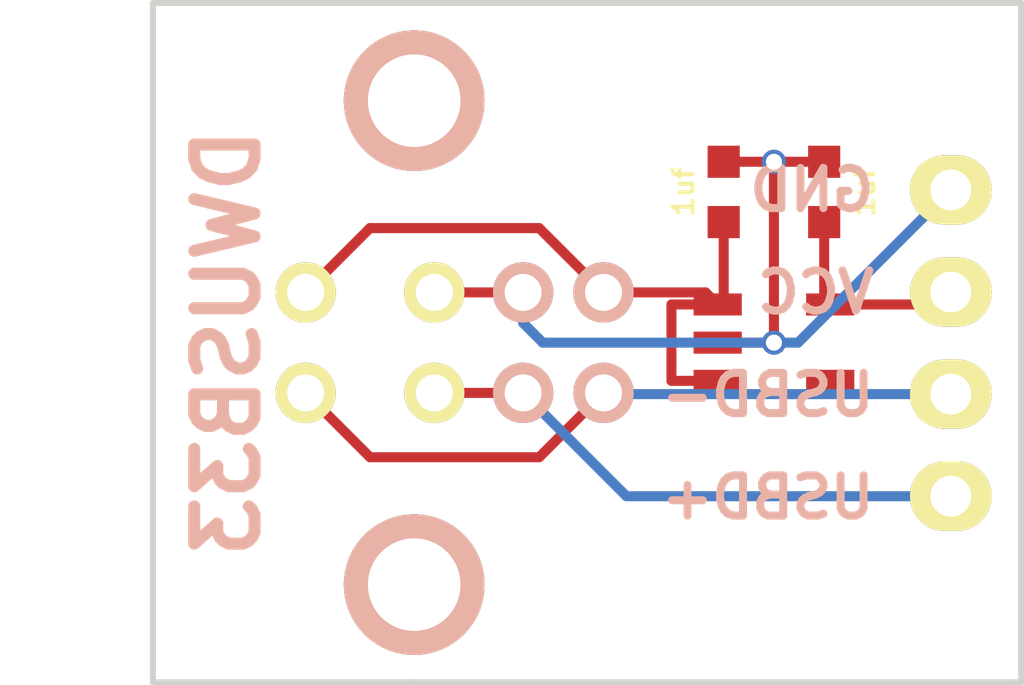
<source format=kicad_pcb>
(kicad_pcb (version 4) (host pcbnew 4.0.7-e2-6376~58~ubuntu16.04.1)

  (general
    (links 0)
    (no_connects 0)
    (area 163.944999 75.464999 227.305001 93.495001)
    (thickness 1.6)
    (drawings 11)
    (tracks 34)
    (zones 0)
    (modules 6)
    (nets 1)
  )

  (page A4)
  (layers
    (0 F.Cu signal)
    (31 B.Cu signal)
    (32 B.Adhes user)
    (33 F.Adhes user)
    (34 B.Paste user)
    (35 F.Paste user)
    (36 B.SilkS user)
    (37 F.SilkS user)
    (38 B.Mask user)
    (39 F.Mask user)
    (40 Dwgs.User user)
    (41 Cmts.User user)
    (42 Eco1.User user)
    (43 Eco2.User user)
    (44 Edge.Cuts user)
    (45 Margin user)
    (46 B.CrtYd user)
    (47 F.CrtYd user)
    (48 B.Fab user)
    (49 F.Fab user)
  )

  (setup
    (last_trace_width 0.25)
    (trace_clearance 0.2)
    (zone_clearance 0.508)
    (zone_45_only no)
    (trace_min 0.2)
    (segment_width 0.2)
    (edge_width 0.15)
    (via_size 0.6)
    (via_drill 0.4)
    (via_min_size 0.4)
    (via_min_drill 0.3)
    (uvia_size 0.3)
    (uvia_drill 0.1)
    (uvias_allowed no)
    (uvia_min_size 0.2)
    (uvia_min_drill 0.1)
    (pcb_text_width 0.3)
    (pcb_text_size 1.5 1.5)
    (mod_edge_width 0.15)
    (mod_text_size 1 1)
    (mod_text_width 0.15)
    (pad_size 1.45 0.45)
    (pad_drill 0)
    (pad_to_mask_clearance 0.2)
    (aux_axis_origin 0 0)
    (visible_elements FFFFFF7F)
    (pcbplotparams
      (layerselection 0x00030_80000001)
      (usegerberextensions false)
      (excludeedgelayer true)
      (linewidth 0.150000)
      (plotframeref false)
      (viasonmask false)
      (mode 1)
      (useauxorigin false)
      (hpglpennumber 1)
      (hpglpenspeed 20)
      (hpglpendiameter 15)
      (hpglpenoverlay 2)
      (psnegative false)
      (psa4output false)
      (plotreference true)
      (plotvalue true)
      (plotinvisibletext false)
      (padsonsilk false)
      (subtractmaskfromsilk false)
      (outputformat 1)
      (mirror false)
      (drillshape 1)
      (scaleselection 1)
      (outputdirectory ""))
  )

  (net 0 "")

  (net_class Default "This is the default net class."
    (clearance 0.2)
    (trace_width 0.25)
    (via_dia 0.6)
    (via_drill 0.4)
    (uvia_dia 0.3)
    (uvia_drill 0.1)
  )

  (module 00my_modules:Wurth_61400413321_usb (layer F.Cu) (tedit 0) (tstamp 5B40293C)
    (at 174.45 84.55 90)
    (descr Wurth_61400413321)
    (tags usb)
    (fp_text reference "" (at 0 -1 90) (layer F.SilkS)
      (effects (font (size 0.5 0.5) (thickness 0.01)))
    )
    (fp_text value "" (at 0 1 90) (layer F.Fab)
      (effects (font (size 0.5 0.5) (thickness 0.01)))
    )
    (fp_text user USB (at 0 -0.9 90) (layer F.Fab)
      (effects (font (size 1 1) (thickness 0.15)))
    )
    (fp_line (start -6.1 4.72) (end -6.1 -6.48) (layer F.CrtYd) (width 0.05))
    (fp_line (start 6.1 4.72) (end 6.1 -6.48) (layer F.CrtYd) (width 0.05))
    (fp_line (start -6.1 -6.48) (end 6.1 -6.48) (layer F.CrtYd) (width 0.05))
    (fp_line (start -6.1 4.72) (end 6.1 4.72) (layer F.CrtYd) (width 0.05))
    (pad V thru_hole circle (at 1.25 -2.7 90) (size 1.5 1.5) (drill 0.92) (layers *.Cu *.Mask F.SilkS))
    (pad - thru_hole circle (at -1.25 -2.7 90) (size 1.5 1.5) (drill 0.92) (layers *.Cu *.Mask F.SilkS))
    (pad + thru_hole circle (at -1.25 0.5 90) (size 1.5 1.5) (drill 0.92) (layers *.Cu *.Mask F.SilkS))
    (pad G thru_hole circle (at 1.25 0.5 90) (size 1.5 1.5) (drill 0.92) (layers *.Cu *.Mask F.SilkS))
    (pad X thru_hole circle (at 6.02 0 90) (size 3.5 3.5) (drill 2.3) (layers *.Cu *.Mask F.SilkS))
    (pad X thru_hole circle (at -6.02 0 90) (size 3.5 3.5) (drill 2.3) (layers *.Cu *.Mask F.SilkS))
  )

  (module 00my_modules:UE27-BC54-130 (layer B.Cu) (tedit 0) (tstamp 5B402968)
    (at 174.45 84.55 90)
    (descr UE27-BC54-130)
    (tags usb)
    (fp_text reference "" (at 0 1 90) (layer B.SilkS)
      (effects (font (size 0.5 0.5) (thickness 0.01)) (justify mirror))
    )
    (fp_text value "" (at 0 -1 90) (layer B.Fab)
      (effects (font (size 0.5 0.5) (thickness 0.01)) (justify mirror))
    )
    (fp_text user USB (at 0 0 90) (layer B.Fab)
      (effects (font (size 1 1) (thickness 0.15)) (justify mirror))
    )
    (fp_line (start -6.02 -10.28) (end -6.02 6.22) (layer B.CrtYd) (width 0.05))
    (fp_line (start 6.02 -10.28) (end 6.02 6.22) (layer B.CrtYd) (width 0.05))
    (fp_line (start -6.02 6.22) (end 6.02 6.22) (layer B.CrtYd) (width 0.05))
    (fp_line (start -6.02 -10.28) (end 6.02 -10.28) (layer B.CrtYd) (width 0.05))
    (pad V thru_hole circle (at 1.25 4.71 90) (size 1.5 1.5) (drill 0.92) (layers *.Cu *.Mask B.SilkS))
    (pad - thru_hole circle (at -1.25 4.71 90) (size 1.5 1.5) (drill 0.92) (layers *.Cu *.Mask B.SilkS))
    (pad + thru_hole circle (at -1.25 2.71 90) (size 1.5 1.5) (drill 0.92) (layers *.Cu *.Mask B.SilkS))
    (pad G thru_hole circle (at 1.25 2.71 90) (size 1.5 1.5) (drill 0.92) (layers *.Cu *.Mask B.SilkS))
    (pad X thru_hole circle (at 6.02 0 90) (size 3.5 3.5) (drill 2.3) (layers *.Cu *.Mask B.SilkS))
    (pad X thru_hole circle (at -6.02 0 90) (size 3.5 3.5) (drill 2.3) (layers *.Cu *.Mask B.SilkS))
  )

  (module 00my_modules:AP2112 (layer F.Cu) (tedit 58CE4E80) (tstamp 5B402CF7)
    (at 183.4 84.55)
    (descr SOT25)
    (tags SOT25)
    (attr smd)
    (fp_text reference "" (at 0 -2.5) (layer F.SilkS)
      (effects (font (size 1 1) (thickness 0.15)))
    )
    (fp_text value "" (at 0 2.05) (layer F.Fab)
      (effects (font (size 0.5 0.5) (thickness 0.01)))
    )
    (fp_text user SOT25 (at 0 0 90) (layer F.Fab)
      (effects (font (size 0.5 0.5) (thickness 0.01)))
    )
    (fp_line (start -0.8 -1.5) (end 0.8 -1.5) (layer F.Fab) (width 0.01))
    (fp_line (start -0.8 1.5) (end 0.8 1.5) (layer F.Fab) (width 0.01))
    (fp_line (start -0.8 -1.5) (end -0.8 1.5) (layer F.Fab) (width 0.01))
    (fp_line (start 0.8 -1.5) (end 0.8 1.5) (layer F.Fab) (width 0.01))
    (fp_line (start -0.8 -1.5) (end -0.8 1.5) (layer F.Fab) (width 0.01))
    (fp_line (start 0.8 -1.5) (end 0.8 1.5) (layer F.Fab) (width 0.01))
    (fp_line (start -2.3 -1.7) (end 2.3 -1.7) (layer F.CrtYd) (width 0.01))
    (fp_line (start -2.3 -1.7) (end -2.3 1.7) (layer F.CrtYd) (width 0.01))
    (fp_line (start 2.3 1.7) (end 2.3 -1.7) (layer F.CrtYd) (width 0.01))
    (fp_line (start 2.3 1.7) (end -2.3 1.7) (layer F.CrtYd) (width 0.01))
    (pad VIN smd rect (at -1.4 -0.95) (size 1.2 0.55) (layers F.Cu F.Paste F.Mask))
    (pad GND smd rect (at -1.4 0) (size 1.2 0.55) (layers F.Cu F.Paste F.Mask))
    (pad EN smd rect (at -1.4 0.95) (size 1.2 0.55) (layers F.Cu F.Paste F.Mask))
    (pad NC smd rect (at 1.4 0.95) (size 1.2 0.55) (layers F.Cu F.Paste F.Mask))
    (pad VOUT smd rect (at 1.4 -0.95) (size 1.2 0.55) (layers F.Cu F.Paste F.Mask))
  )

  (module 00my_modules:R_0603 (layer F.Cu) (tedit 5B402951) (tstamp 5B402FEE)
    (at 182.15 80.8 90)
    (descr R0603)
    (tags "resistor capacitor led 0603")
    (attr smd)
    (fp_text reference 1uf (at 0 -1 90) (layer F.SilkS)
      (effects (font (size 0.5 0.5) (thickness 0.1)))
    )
    (fp_text value C (at 0 0 90) (layer F.Fab)
      (effects (font (size 0.5 0.5) (thickness 0.01)))
    )
    (fp_line (start -1.2 -0.45) (end 1.2 -0.45) (layer F.CrtYd) (width 0.01))
    (fp_line (start -1.2 0.45) (end 1.2 0.45) (layer F.CrtYd) (width 0.01))
    (fp_line (start -1.2 -0.45) (end -1.2 0.45) (layer F.CrtYd) (width 0.01))
    (fp_line (start 1.2 -0.45) (end 1.2 0.45) (layer F.CrtYd) (width 0.01))
    (pad 1 smd rect (at -0.75 0 90) (size 0.8 0.8) (layers F.Cu F.Paste F.Mask))
    (pad 2 smd rect (at 0.75 0 90) (size 0.8 0.8) (layers F.Cu F.Paste F.Mask))
  )

  (module 00my_modules:R_0603 (layer F.Cu) (tedit 5B4029E7) (tstamp 5B403003)
    (at 184.65 80.8 90)
    (descr R0603)
    (tags "resistor capacitor led 0603")
    (attr smd)
    (fp_text reference 1uf (at 0 1 90) (layer F.SilkS)
      (effects (font (size 0.5 0.5) (thickness 0.1)))
    )
    (fp_text value C (at 0 0 90) (layer F.Fab)
      (effects (font (size 0.5 0.5) (thickness 0.01)))
    )
    (fp_line (start -1.2 -0.45) (end 1.2 -0.45) (layer F.CrtYd) (width 0.01))
    (fp_line (start -1.2 0.45) (end 1.2 0.45) (layer F.CrtYd) (width 0.01))
    (fp_line (start -1.2 -0.45) (end -1.2 0.45) (layer F.CrtYd) (width 0.01))
    (fp_line (start 1.2 -0.45) (end 1.2 0.45) (layer F.CrtYd) (width 0.01))
    (pad 1 smd rect (at -0.75 0 90) (size 0.8 0.8) (layers F.Cu F.Paste F.Mask))
    (pad 2 smd rect (at 0.75 0 90) (size 0.8 0.8) (layers F.Cu F.Paste F.Mask))
  )

  (module 00my_modules:Pin_Header_Straight_1x04 (layer F.Cu) (tedit 0) (tstamp 5B4046E5)
    (at 187.8 80.75)
    (descr "Through hole pin header")
    (tags "pin header")
    (fp_text reference "" (at 0 -2.4) (layer F.SilkS)
      (effects (font (size 0.5 0.5) (thickness 0.01)))
    )
    (fp_text value "" (at 0 -3.1) (layer F.Fab)
      (effects (font (size 0.5 0.5) (thickness 0.01)))
    )
    (fp_line (start -1.75 -1.75) (end -1.75 9.37) (layer F.CrtYd) (width 0.05))
    (fp_line (start 1.75 -1.75) (end 1.75 9.37) (layer F.CrtYd) (width 0.05))
    (fp_line (start -1.75 -1.75) (end 1.75 -1.75) (layer F.CrtYd) (width 0.05))
    (fp_line (start -1.75 9.37) (end 1.75 9.37) (layer F.CrtYd) (width 0.05))
    (pad 1 thru_hole oval (at 0 0) (size 2.032 1.7272) (drill 1.016) (layers *.Cu *.Mask F.SilkS))
    (pad 2 thru_hole oval (at 0 2.54) (size 2.032 1.7272) (drill 1.016) (layers *.Cu *.Mask F.SilkS))
    (pad 3 thru_hole oval (at 0 5.08) (size 2.032 1.7272) (drill 1.016) (layers *.Cu *.Mask F.SilkS))
    (pad 4 thru_hole oval (at 0 7.62) (size 2.032 1.7272) (drill 1.016) (layers *.Cu *.Mask F.SilkS))
  )

  (gr_line (start 189.55 93) (end 189.55 76.1) (angle 90) (layer Edge.Cuts) (width 0.15))
  (gr_line (start 174.45 93) (end 189.55 93) (angle 90) (layer Edge.Cuts) (width 0.15))
  (gr_line (start 174.45 76.1) (end 189.55 76.1) (angle 90) (layer Edge.Cuts) (width 0.15))
  (gr_text DWUSB33 (at 169.8 84.55 90) (layer B.SilkS)
    (effects (font (size 1.5 1.5) (thickness 0.3)) (justify mirror))
  )
  (gr_text USBD+ (at 186 88.4) (layer B.SilkS)
    (effects (font (size 1 1) (thickness 0.2)) (justify left mirror))
  )
  (gr_text USBD- (at 186 85.85) (layer B.SilkS)
    (effects (font (size 1 1) (thickness 0.2)) (justify left mirror))
  )
  (gr_text VCC (at 186 83.3) (layer B.SilkS)
    (effects (font (size 1 1) (thickness 0.2)) (justify left mirror))
  )
  (gr_text GND (at 186 80.75) (layer B.SilkS)
    (effects (font (size 1 1) (thickness 0.2)) (justify left mirror))
  )
  (gr_line (start 167.95 93) (end 167.95 76.1) (angle 90) (layer Edge.Cuts) (width 0.15))
  (gr_line (start 174.45 93) (end 167.95 93) (angle 90) (layer Edge.Cuts) (width 0.15))
  (gr_line (start 174.45 76.1) (end 167.95 76.1) (angle 90) (layer Edge.Cuts) (width 0.15))

  (segment (start 187.8 88.37) (end 179.73 88.37) (width 0.25) (layer B.Cu) (net 0) (status 400000))
  (segment (start 179.73 88.37) (end 177.16 85.8) (width 0.25) (layer B.Cu) (net 0) (tstamp 5B404715) (status 800000))
  (segment (start 187.8 85.83) (end 179.19 85.83) (width 0.25) (layer B.Cu) (net 0) (status C00000))
  (segment (start 179.19 85.83) (end 179.16 85.8) (width 0.25) (layer B.Cu) (net 0) (tstamp 5B404713) (status C00000))
  (segment (start 184.8 83.6) (end 187.49 83.6) (width 0.25) (layer F.Cu) (net 0))
  (segment (start 187.49 83.6) (end 187.8 83.29) (width 0.25) (layer F.Cu) (net 0) (tstamp 5B404707))
  (segment (start 183.4 84.55) (end 184 84.55) (width 0.25) (layer B.Cu) (net 0))
  (segment (start 184 84.55) (end 187.8 80.75) (width 0.25) (layer B.Cu) (net 0) (tstamp 5B404705))
  (segment (start 184.65 81.55) (end 184.65 83.45) (width 0.25) (layer F.Cu) (net 0))
  (segment (start 184.65 83.45) (end 184.8 83.6) (width 0.25) (layer F.Cu) (net 0) (tstamp 5B4030A0))
  (segment (start 182.15 81.55) (end 182.15 83.45) (width 0.25) (layer F.Cu) (net 0))
  (segment (start 182.15 83.45) (end 182 83.6) (width 0.25) (layer F.Cu) (net 0) (tstamp 5B40309E))
  (segment (start 183.4 80.05) (end 182.15 80.05) (width 0.25) (layer F.Cu) (net 0))
  (via (at 183.4 80.05) (size 0.6) (drill 0.4) (layers F.Cu B.Cu) (net 0))
  (segment (start 184.65 80.05) (end 183.4 80.05) (width 0.25) (layer F.Cu) (net 0))
  (segment (start 183.4 80.05) (end 183.4 84.55) (width 0.25) (layer F.Cu) (net 0))
  (segment (start 182 84.55) (end 183.4 84.55) (width 0.25) (layer F.Cu) (net 0))
  (segment (start 177.16 84.06) (end 177.16 83.3) (width 0.25) (layer B.Cu) (net 0) (tstamp 5B402D18))
  (segment (start 177.65 84.55) (end 177.16 84.06) (width 0.25) (layer B.Cu) (net 0) (tstamp 5B402D17))
  (segment (start 183.4 84.55) (end 177.65 84.55) (width 0.25) (layer B.Cu) (net 0) (tstamp 5B402D16))
  (via (at 183.4 84.55) (size 0.6) (drill 0.4) (layers F.Cu B.Cu) (net 0))
  (segment (start 179.16 83.3) (end 181.7 83.3) (width 0.25) (layer F.Cu) (net 0))
  (segment (start 181.7 83.3) (end 182 83.6) (width 0.25) (layer F.Cu) (net 0) (tstamp 5B402D12))
  (segment (start 182 83.6) (end 180.85 83.6) (width 0.25) (layer F.Cu) (net 0))
  (segment (start 180.85 83.6) (end 180.85 85.5) (width 0.25) (layer F.Cu) (net 0) (tstamp 5B402D0E))
  (segment (start 180.85 85.5) (end 182 85.5) (width 0.25) (layer F.Cu) (net 0) (tstamp 5B402D0F))
  (segment (start 171.75 85.8) (end 173.35 87.4) (width 0.25) (layer F.Cu) (net 0))
  (segment (start 173.35 87.4) (end 177.56 87.4) (width 0.25) (layer F.Cu) (net 0) (tstamp 5B402A26))
  (segment (start 177.56 87.4) (end 179.16 85.8) (width 0.25) (layer F.Cu) (net 0) (tstamp 5B402A27))
  (segment (start 171.75 83.3) (end 173.35 81.7) (width 0.25) (layer F.Cu) (net 0))
  (segment (start 177.56 81.7) (end 179.16 83.3) (width 0.25) (layer F.Cu) (net 0) (tstamp 5B402A23))
  (segment (start 173.35 81.7) (end 177.56 81.7) (width 0.25) (layer F.Cu) (net 0) (tstamp 5B402A22))
  (segment (start 174.95 85.8) (end 177.16 85.8) (width 0.25) (layer F.Cu) (net 0))
  (segment (start 174.95 83.3) (end 177.16 83.3) (width 0.25) (layer F.Cu) (net 0))

)

</source>
